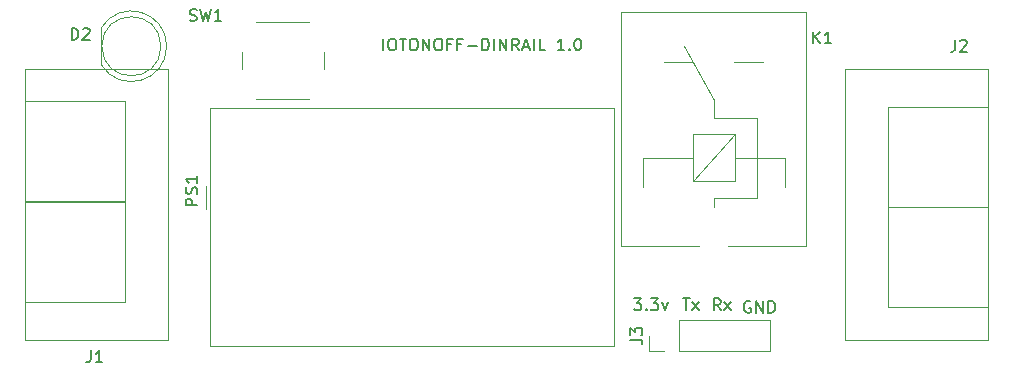
<source format=gto>
G04 #@! TF.GenerationSoftware,KiCad,Pcbnew,5.1.12-84ad8e8a86~92~ubuntu20.04.1*
G04 #@! TF.CreationDate,2021-11-22T17:19:42+01:00*
G04 #@! TF.ProjectId,iotOnOff,696f744f-6e4f-4666-962e-6b696361645f,rev?*
G04 #@! TF.SameCoordinates,Original*
G04 #@! TF.FileFunction,Legend,Top*
G04 #@! TF.FilePolarity,Positive*
%FSLAX46Y46*%
G04 Gerber Fmt 4.6, Leading zero omitted, Abs format (unit mm)*
G04 Created by KiCad (PCBNEW 5.1.12-84ad8e8a86~92~ubuntu20.04.1) date 2021-11-22 17:19:42*
%MOMM*%
%LPD*%
G01*
G04 APERTURE LIST*
%ADD10C,0.150000*%
%ADD11C,0.120000*%
%ADD12C,2.402000*%
%ADD13C,2.102000*%
%ADD14O,1.802000X1.802000*%
%ADD15C,2.602000*%
%ADD16C,3.102000*%
%ADD17C,1.902000*%
G04 APERTURE END LIST*
D10*
X158104761Y-105252380D02*
X157771428Y-104776190D01*
X157533333Y-105252380D02*
X157533333Y-104252380D01*
X157914285Y-104252380D01*
X158009523Y-104300000D01*
X158057142Y-104347619D01*
X158104761Y-104442857D01*
X158104761Y-104585714D01*
X158057142Y-104680952D01*
X158009523Y-104728571D01*
X157914285Y-104776190D01*
X157533333Y-104776190D01*
X158438095Y-105252380D02*
X158961904Y-104585714D01*
X158438095Y-104585714D02*
X158961904Y-105252380D01*
X154909523Y-104252380D02*
X155480952Y-104252380D01*
X155195238Y-105252380D02*
X155195238Y-104252380D01*
X155719047Y-105252380D02*
X156242857Y-104585714D01*
X155719047Y-104585714D02*
X156242857Y-105252380D01*
X150771428Y-104252380D02*
X151390476Y-104252380D01*
X151057142Y-104633333D01*
X151200000Y-104633333D01*
X151295238Y-104680952D01*
X151342857Y-104728571D01*
X151390476Y-104823809D01*
X151390476Y-105061904D01*
X151342857Y-105157142D01*
X151295238Y-105204761D01*
X151200000Y-105252380D01*
X150914285Y-105252380D01*
X150819047Y-105204761D01*
X150771428Y-105157142D01*
X151819047Y-105157142D02*
X151866666Y-105204761D01*
X151819047Y-105252380D01*
X151771428Y-105204761D01*
X151819047Y-105157142D01*
X151819047Y-105252380D01*
X152200000Y-104252380D02*
X152819047Y-104252380D01*
X152485714Y-104633333D01*
X152628571Y-104633333D01*
X152723809Y-104680952D01*
X152771428Y-104728571D01*
X152819047Y-104823809D01*
X152819047Y-105061904D01*
X152771428Y-105157142D01*
X152723809Y-105204761D01*
X152628571Y-105252380D01*
X152342857Y-105252380D01*
X152247619Y-105204761D01*
X152200000Y-105157142D01*
X153152380Y-104585714D02*
X153390476Y-105252380D01*
X153628571Y-104585714D01*
X160638095Y-104500000D02*
X160542857Y-104452380D01*
X160400000Y-104452380D01*
X160257142Y-104500000D01*
X160161904Y-104595238D01*
X160114285Y-104690476D01*
X160066666Y-104880952D01*
X160066666Y-105023809D01*
X160114285Y-105214285D01*
X160161904Y-105309523D01*
X160257142Y-105404761D01*
X160400000Y-105452380D01*
X160495238Y-105452380D01*
X160638095Y-105404761D01*
X160685714Y-105357142D01*
X160685714Y-105023809D01*
X160495238Y-105023809D01*
X161114285Y-105452380D02*
X161114285Y-104452380D01*
X161685714Y-105452380D01*
X161685714Y-104452380D01*
X162161904Y-105452380D02*
X162161904Y-104452380D01*
X162400000Y-104452380D01*
X162542857Y-104500000D01*
X162638095Y-104595238D01*
X162685714Y-104690476D01*
X162733333Y-104880952D01*
X162733333Y-105023809D01*
X162685714Y-105214285D01*
X162638095Y-105309523D01*
X162542857Y-105404761D01*
X162400000Y-105452380D01*
X162161904Y-105452380D01*
X129542857Y-83252380D02*
X129542857Y-82252380D01*
X130209523Y-82252380D02*
X130400000Y-82252380D01*
X130495238Y-82300000D01*
X130590476Y-82395238D01*
X130638095Y-82585714D01*
X130638095Y-82919047D01*
X130590476Y-83109523D01*
X130495238Y-83204761D01*
X130400000Y-83252380D01*
X130209523Y-83252380D01*
X130114285Y-83204761D01*
X130019047Y-83109523D01*
X129971428Y-82919047D01*
X129971428Y-82585714D01*
X130019047Y-82395238D01*
X130114285Y-82300000D01*
X130209523Y-82252380D01*
X130923809Y-82252380D02*
X131495238Y-82252380D01*
X131209523Y-83252380D02*
X131209523Y-82252380D01*
X132019047Y-82252380D02*
X132209523Y-82252380D01*
X132304761Y-82300000D01*
X132400000Y-82395238D01*
X132447619Y-82585714D01*
X132447619Y-82919047D01*
X132400000Y-83109523D01*
X132304761Y-83204761D01*
X132209523Y-83252380D01*
X132019047Y-83252380D01*
X131923809Y-83204761D01*
X131828571Y-83109523D01*
X131780952Y-82919047D01*
X131780952Y-82585714D01*
X131828571Y-82395238D01*
X131923809Y-82300000D01*
X132019047Y-82252380D01*
X132876190Y-83252380D02*
X132876190Y-82252380D01*
X133447619Y-83252380D01*
X133447619Y-82252380D01*
X134114285Y-82252380D02*
X134304761Y-82252380D01*
X134400000Y-82300000D01*
X134495238Y-82395238D01*
X134542857Y-82585714D01*
X134542857Y-82919047D01*
X134495238Y-83109523D01*
X134400000Y-83204761D01*
X134304761Y-83252380D01*
X134114285Y-83252380D01*
X134019047Y-83204761D01*
X133923809Y-83109523D01*
X133876190Y-82919047D01*
X133876190Y-82585714D01*
X133923809Y-82395238D01*
X134019047Y-82300000D01*
X134114285Y-82252380D01*
X135304761Y-82728571D02*
X134971428Y-82728571D01*
X134971428Y-83252380D02*
X134971428Y-82252380D01*
X135447619Y-82252380D01*
X136161904Y-82728571D02*
X135828571Y-82728571D01*
X135828571Y-83252380D02*
X135828571Y-82252380D01*
X136304761Y-82252380D01*
X136685714Y-82871428D02*
X137447619Y-82871428D01*
X137923809Y-83252380D02*
X137923809Y-82252380D01*
X138161904Y-82252380D01*
X138304761Y-82300000D01*
X138400000Y-82395238D01*
X138447619Y-82490476D01*
X138495238Y-82680952D01*
X138495238Y-82823809D01*
X138447619Y-83014285D01*
X138400000Y-83109523D01*
X138304761Y-83204761D01*
X138161904Y-83252380D01*
X137923809Y-83252380D01*
X138923809Y-83252380D02*
X138923809Y-82252380D01*
X139400000Y-83252380D02*
X139400000Y-82252380D01*
X139971428Y-83252380D01*
X139971428Y-82252380D01*
X141019047Y-83252380D02*
X140685714Y-82776190D01*
X140447619Y-83252380D02*
X140447619Y-82252380D01*
X140828571Y-82252380D01*
X140923809Y-82300000D01*
X140971428Y-82347619D01*
X141019047Y-82442857D01*
X141019047Y-82585714D01*
X140971428Y-82680952D01*
X140923809Y-82728571D01*
X140828571Y-82776190D01*
X140447619Y-82776190D01*
X141400000Y-82966666D02*
X141876190Y-82966666D01*
X141304761Y-83252380D02*
X141638095Y-82252380D01*
X141971428Y-83252380D01*
X142304761Y-83252380D02*
X142304761Y-82252380D01*
X143257142Y-83252380D02*
X142780952Y-83252380D01*
X142780952Y-82252380D01*
X144876190Y-83252380D02*
X144304761Y-83252380D01*
X144590476Y-83252380D02*
X144590476Y-82252380D01*
X144495238Y-82395238D01*
X144400000Y-82490476D01*
X144304761Y-82538095D01*
X145304761Y-83157142D02*
X145352380Y-83204761D01*
X145304761Y-83252380D01*
X145257142Y-83204761D01*
X145304761Y-83157142D01*
X145304761Y-83252380D01*
X145971428Y-82252380D02*
X146066666Y-82252380D01*
X146161904Y-82300000D01*
X146209523Y-82347619D01*
X146257142Y-82442857D01*
X146304761Y-82633333D01*
X146304761Y-82871428D01*
X146257142Y-83061904D01*
X146209523Y-83157142D01*
X146161904Y-83204761D01*
X146066666Y-83252380D01*
X145971428Y-83252380D01*
X145876190Y-83204761D01*
X145828571Y-83157142D01*
X145780952Y-83061904D01*
X145733333Y-82871428D01*
X145733333Y-82633333D01*
X145780952Y-82442857D01*
X145828571Y-82347619D01*
X145876190Y-82300000D01*
X145971428Y-82252380D01*
D11*
X114510000Y-94700000D02*
X114510000Y-96710000D01*
X149100000Y-88100000D02*
X114900000Y-88100000D01*
X149100000Y-108300000D02*
X149100000Y-88100000D01*
X114900000Y-108300000D02*
X149100000Y-108300000D01*
X114900000Y-88100000D02*
X114900000Y-108300000D01*
X124550000Y-84850000D02*
X124550000Y-83350000D01*
X123300000Y-80850000D02*
X118800000Y-80850000D01*
X117550000Y-83350000D02*
X117550000Y-84850000D01*
X118800000Y-87350000D02*
X123300000Y-87350000D01*
X180750000Y-96520000D02*
X172260000Y-96520000D01*
X172260000Y-96520000D02*
X172260000Y-88020000D01*
X172260000Y-88020000D02*
X180750000Y-88020000D01*
X180750000Y-88020000D02*
X180750000Y-96520000D01*
X172250000Y-96490000D02*
X180750000Y-96490000D01*
X172250000Y-104990000D02*
X172250000Y-96490000D01*
X180750000Y-104990000D02*
X172250000Y-104990000D01*
X180750000Y-96490000D02*
X180750000Y-104990000D01*
X168650000Y-84800000D02*
X180740000Y-84800000D01*
X168650000Y-107750000D02*
X168650000Y-84800000D01*
X180750000Y-107750000D02*
X168650000Y-107750000D01*
X180750000Y-84800000D02*
X180750000Y-107750000D01*
X162300000Y-108730000D02*
X162300000Y-106070000D01*
X154620000Y-108730000D02*
X162300000Y-108730000D01*
X154620000Y-106070000D02*
X162300000Y-106070000D01*
X154620000Y-108730000D02*
X154620000Y-106070000D01*
X153350000Y-108730000D02*
X152020000Y-108730000D01*
X152020000Y-108730000D02*
X152020000Y-107400000D01*
X99200000Y-96030000D02*
X107690000Y-96030000D01*
X107690000Y-96030000D02*
X107690000Y-104530000D01*
X107690000Y-104530000D02*
X99200000Y-104530000D01*
X99200000Y-104530000D02*
X99200000Y-96030000D01*
X107700000Y-96060000D02*
X99200000Y-96060000D01*
X107700000Y-87560000D02*
X107700000Y-96060000D01*
X99200000Y-87560000D02*
X107700000Y-87560000D01*
X99200000Y-96060000D02*
X99200000Y-87560000D01*
X111300000Y-107750000D02*
X99210000Y-107750000D01*
X111300000Y-84800000D02*
X111300000Y-107750000D01*
X99200000Y-84800000D02*
X111300000Y-84800000D01*
X99200000Y-107750000D02*
X99200000Y-84800000D01*
X158700000Y-99800000D02*
X165300000Y-99800000D01*
X149700000Y-99800000D02*
X156300000Y-99800000D01*
X149700000Y-99800000D02*
X149700000Y-80000000D01*
X149700000Y-80000000D02*
X165300000Y-80000000D01*
X165300000Y-80000000D02*
X165300000Y-99800000D01*
X161700000Y-84250000D02*
X159250000Y-84250000D01*
X153300000Y-84250000D02*
X155800000Y-84250000D01*
X163550000Y-94850000D02*
X163550000Y-92350000D01*
X157550000Y-95750000D02*
X157550000Y-96550000D01*
X151550000Y-92350000D02*
X151550000Y-94850000D01*
X157550000Y-88950000D02*
X157550000Y-87450000D01*
X157550000Y-87450000D02*
X155050000Y-82850000D01*
X161150000Y-88950000D02*
X161150000Y-95750000D01*
X157550000Y-88950000D02*
X161150000Y-88950000D01*
X157550000Y-95750000D02*
X161150000Y-95750000D01*
X151550000Y-92350000D02*
X155750000Y-92350000D01*
X159350000Y-92350000D02*
X163550000Y-92350000D01*
X159350000Y-90350000D02*
X155750000Y-94350000D01*
X159350000Y-94350000D02*
X155750000Y-94350000D01*
X155750000Y-94350000D02*
X155750000Y-90350000D01*
X155750000Y-90350000D02*
X159350000Y-90350000D01*
X159350000Y-90350000D02*
X159350000Y-94350000D01*
X110720000Y-82900000D02*
G75*
G03*
X110720000Y-82900000I-2500000J0D01*
G01*
X105660000Y-81355000D02*
X105660000Y-84445000D01*
X111210000Y-82900462D02*
G75*
G03*
X105660000Y-81355170I-2990000J462D01*
G01*
X111210000Y-82899538D02*
G75*
G02*
X105660000Y-84444830I-2990000J-462D01*
G01*
D10*
X113812380Y-96364285D02*
X112812380Y-96364285D01*
X112812380Y-95983333D01*
X112860000Y-95888095D01*
X112907619Y-95840476D01*
X113002857Y-95792857D01*
X113145714Y-95792857D01*
X113240952Y-95840476D01*
X113288571Y-95888095D01*
X113336190Y-95983333D01*
X113336190Y-96364285D01*
X113764761Y-95411904D02*
X113812380Y-95269047D01*
X113812380Y-95030952D01*
X113764761Y-94935714D01*
X113717142Y-94888095D01*
X113621904Y-94840476D01*
X113526666Y-94840476D01*
X113431428Y-94888095D01*
X113383809Y-94935714D01*
X113336190Y-95030952D01*
X113288571Y-95221428D01*
X113240952Y-95316666D01*
X113193333Y-95364285D01*
X113098095Y-95411904D01*
X113002857Y-95411904D01*
X112907619Y-95364285D01*
X112860000Y-95316666D01*
X112812380Y-95221428D01*
X112812380Y-94983333D01*
X112860000Y-94840476D01*
X113812380Y-93888095D02*
X113812380Y-94459523D01*
X113812380Y-94173809D02*
X112812380Y-94173809D01*
X112955238Y-94269047D01*
X113050476Y-94364285D01*
X113098095Y-94459523D01*
X113166666Y-80704761D02*
X113309523Y-80752380D01*
X113547619Y-80752380D01*
X113642857Y-80704761D01*
X113690476Y-80657142D01*
X113738095Y-80561904D01*
X113738095Y-80466666D01*
X113690476Y-80371428D01*
X113642857Y-80323809D01*
X113547619Y-80276190D01*
X113357142Y-80228571D01*
X113261904Y-80180952D01*
X113214285Y-80133333D01*
X113166666Y-80038095D01*
X113166666Y-79942857D01*
X113214285Y-79847619D01*
X113261904Y-79800000D01*
X113357142Y-79752380D01*
X113595238Y-79752380D01*
X113738095Y-79800000D01*
X114071428Y-79752380D02*
X114309523Y-80752380D01*
X114500000Y-80038095D01*
X114690476Y-80752380D01*
X114928571Y-79752380D01*
X115833333Y-80752380D02*
X115261904Y-80752380D01*
X115547619Y-80752380D02*
X115547619Y-79752380D01*
X115452380Y-79895238D01*
X115357142Y-79990476D01*
X115261904Y-80038095D01*
X177966666Y-82352380D02*
X177966666Y-83066666D01*
X177919047Y-83209523D01*
X177823809Y-83304761D01*
X177680952Y-83352380D01*
X177585714Y-83352380D01*
X178395238Y-82447619D02*
X178442857Y-82400000D01*
X178538095Y-82352380D01*
X178776190Y-82352380D01*
X178871428Y-82400000D01*
X178919047Y-82447619D01*
X178966666Y-82542857D01*
X178966666Y-82638095D01*
X178919047Y-82780952D01*
X178347619Y-83352380D01*
X178966666Y-83352380D01*
X150472380Y-107733333D02*
X151186666Y-107733333D01*
X151329523Y-107780952D01*
X151424761Y-107876190D01*
X151472380Y-108019047D01*
X151472380Y-108114285D01*
X150472380Y-107352380D02*
X150472380Y-106733333D01*
X150853333Y-107066666D01*
X150853333Y-106923809D01*
X150900952Y-106828571D01*
X150948571Y-106780952D01*
X151043809Y-106733333D01*
X151281904Y-106733333D01*
X151377142Y-106780952D01*
X151424761Y-106828571D01*
X151472380Y-106923809D01*
X151472380Y-107209523D01*
X151424761Y-107304761D01*
X151377142Y-107352380D01*
X104766666Y-108652380D02*
X104766666Y-109366666D01*
X104719047Y-109509523D01*
X104623809Y-109604761D01*
X104480952Y-109652380D01*
X104385714Y-109652380D01*
X105766666Y-109652380D02*
X105195238Y-109652380D01*
X105480952Y-109652380D02*
X105480952Y-108652380D01*
X105385714Y-108795238D01*
X105290476Y-108890476D01*
X105195238Y-108938095D01*
X165961904Y-82652380D02*
X165961904Y-81652380D01*
X166533333Y-82652380D02*
X166104761Y-82080952D01*
X166533333Y-81652380D02*
X165961904Y-82223809D01*
X167485714Y-82652380D02*
X166914285Y-82652380D01*
X167200000Y-82652380D02*
X167200000Y-81652380D01*
X167104761Y-81795238D01*
X167009523Y-81890476D01*
X166914285Y-81938095D01*
X103161904Y-82352380D02*
X103161904Y-81352380D01*
X103400000Y-81352380D01*
X103542857Y-81400000D01*
X103638095Y-81495238D01*
X103685714Y-81590476D01*
X103733333Y-81780952D01*
X103733333Y-81923809D01*
X103685714Y-82114285D01*
X103638095Y-82209523D01*
X103542857Y-82304761D01*
X103400000Y-82352380D01*
X103161904Y-82352380D01*
X104114285Y-81447619D02*
X104161904Y-81400000D01*
X104257142Y-81352380D01*
X104495238Y-81352380D01*
X104590476Y-81400000D01*
X104638095Y-81447619D01*
X104685714Y-81542857D01*
X104685714Y-81638095D01*
X104638095Y-81780952D01*
X104066666Y-82352380D01*
X104685714Y-82352380D01*
%LPC*%
D12*
X146700000Y-105900000D03*
X117300000Y-100700000D03*
G36*
G01*
X116099000Y-96700000D02*
X116099000Y-94700000D01*
G75*
G02*
X116150000Y-94649000I51000J0D01*
G01*
X118450000Y-94649000D01*
G75*
G02*
X118501000Y-94700000I0J-51000D01*
G01*
X118501000Y-96700000D01*
G75*
G02*
X118450000Y-96751000I-51000J0D01*
G01*
X116150000Y-96751000D01*
G75*
G02*
X116099000Y-96700000I0J51000D01*
G01*
G37*
X146700000Y-90500000D03*
D13*
X124300000Y-81850000D03*
X124300000Y-86350000D03*
X117800000Y-81850000D03*
X117800000Y-86350000D03*
X178400000Y-92450000D03*
X178400000Y-100950000D03*
G36*
G01*
X154200000Y-108301000D02*
X152500000Y-108301000D01*
G75*
G02*
X152449000Y-108250000I0J51000D01*
G01*
X152449000Y-106550000D01*
G75*
G02*
X152500000Y-106499000I51000J0D01*
G01*
X154200000Y-106499000D01*
G75*
G02*
X154251000Y-106550000I0J-51000D01*
G01*
X154251000Y-108250000D01*
G75*
G02*
X154200000Y-108301000I-51000J0D01*
G01*
G37*
D14*
X155890000Y-107400000D03*
X158430000Y-107400000D03*
X160970000Y-107400000D03*
D13*
X101550000Y-100100000D03*
X101550000Y-91600000D03*
D15*
X163550000Y-96450000D03*
D16*
X163550000Y-84250000D03*
X151500000Y-84200000D03*
D15*
X151550000Y-96450000D03*
D16*
X157500000Y-98400000D03*
G36*
G01*
X105999000Y-83800000D02*
X105999000Y-82000000D01*
G75*
G02*
X106050000Y-81949000I51000J0D01*
G01*
X107850000Y-81949000D01*
G75*
G02*
X107901000Y-82000000I0J-51000D01*
G01*
X107901000Y-83800000D01*
G75*
G02*
X107850000Y-83851000I-51000J0D01*
G01*
X106050000Y-83851000D01*
G75*
G02*
X105999000Y-83800000I0J51000D01*
G01*
G37*
D17*
X109490000Y-82900000D03*
M02*

</source>
